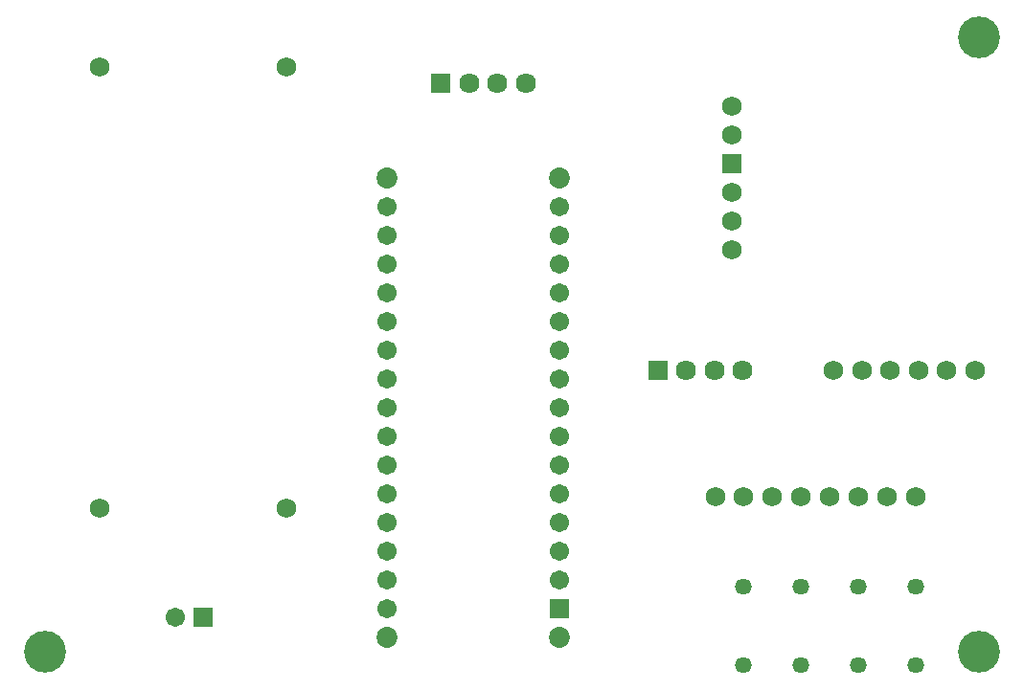
<source format=gbr>
%TF.GenerationSoftware,Altium Limited,Altium Designer,22.5.1 (42)*%
G04 Layer_Color=16711935*
%FSLAX45Y45*%
%MOMM*%
%TF.SameCoordinates,23F47D9D-8B9D-40EC-A212-7CA489FF55AC*%
%TF.FilePolarity,Negative*%
%TF.FileFunction,Soldermask,Bot*%
%TF.Part,Single*%
G01*
G75*
%TA.AperFunction,ComponentPad*%
%ADD20R,1.72720X1.72720*%
%ADD21C,1.72720*%
%ADD22C,3.70320*%
%ADD23C,1.46120*%
%ADD24R,1.79320X1.79320*%
%ADD25C,1.79320*%
%ADD26C,1.71120*%
%ADD27R,1.71120X1.71120*%
%ADD28C,1.85420*%
D20*
X15138400Y7391400D02*
D03*
D21*
Y7137400D02*
D03*
Y6883400D02*
D03*
Y6629400D02*
D03*
Y7645400D02*
D03*
Y7899400D02*
D03*
X16764000Y4445000D02*
D03*
X16510001D02*
D03*
X16256000D02*
D03*
X16002000D02*
D03*
X15748000D02*
D03*
X15494000D02*
D03*
X15239999D02*
D03*
X14994000D02*
D03*
X17285400Y5562900D02*
D03*
X17035400D02*
D03*
X16785400D02*
D03*
X16535400D02*
D03*
X16285400D02*
D03*
X16035400D02*
D03*
X9550400Y8243400D02*
D03*
X11200400Y4343400D02*
D03*
X9550400D02*
D03*
X11200400Y8243400D02*
D03*
D22*
X17322800Y8509000D02*
D03*
X9067800Y3073400D02*
D03*
X17322800D02*
D03*
D23*
X16764000Y2952000D02*
D03*
Y3652000D02*
D03*
X16256000Y2952000D02*
D03*
Y3652000D02*
D03*
X15748000Y2952000D02*
D03*
Y3652000D02*
D03*
X15239999Y2952000D02*
D03*
Y3652000D02*
D03*
D24*
X14482001Y5562600D02*
D03*
X12562225Y8102600D02*
D03*
D25*
X14732001Y5562600D02*
D03*
X14982001D02*
D03*
X15232001D02*
D03*
X12812225Y8102600D02*
D03*
X13062225D02*
D03*
X13312225D02*
D03*
D26*
X10214800Y3378200D02*
D03*
X12090400Y3454400D02*
D03*
Y3708400D02*
D03*
Y3962400D02*
D03*
Y4216400D02*
D03*
Y4470400D02*
D03*
Y4724400D02*
D03*
Y4978400D02*
D03*
Y5232400D02*
D03*
Y5486400D02*
D03*
Y5740400D02*
D03*
Y5994400D02*
D03*
Y6248400D02*
D03*
Y6502400D02*
D03*
Y6756400D02*
D03*
Y7010400D02*
D03*
X13614400D02*
D03*
Y6756400D02*
D03*
Y6502400D02*
D03*
Y6248400D02*
D03*
Y5994400D02*
D03*
Y5740400D02*
D03*
Y5486400D02*
D03*
Y5232400D02*
D03*
Y4978400D02*
D03*
Y4724400D02*
D03*
Y4470400D02*
D03*
Y4216400D02*
D03*
Y3962400D02*
D03*
Y3708400D02*
D03*
D27*
X10464800Y3378200D02*
D03*
X13614400Y3454400D02*
D03*
D28*
X12090400Y3200400D02*
D03*
X13614400D02*
D03*
X12090400Y7264400D02*
D03*
X13614400D02*
D03*
%TF.MD5,33f0deaefb5aae7065b53b86ed46ab37*%
M02*

</source>
